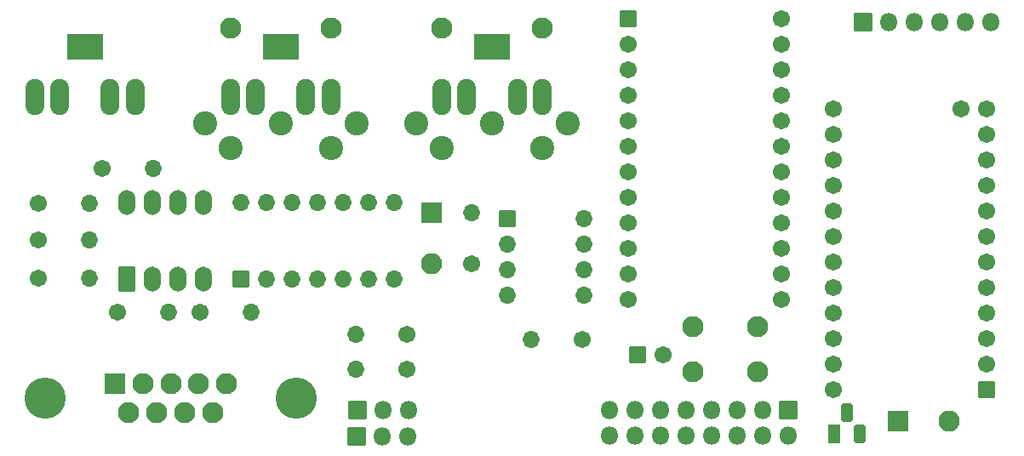
<source format=gbs>
G04 #@! TF.GenerationSoftware,KiCad,Pcbnew,6.0.5*
G04 #@! TF.CreationDate,2022-06-22T19:05:55+10:00*
G04 #@! TF.ProjectId,_transcribe_,5f747261-6e73-4637-9269-62655f2e6b69,v0_5_1*
G04 #@! TF.SameCoordinates,Original*
G04 #@! TF.FileFunction,Soldermask,Bot*
G04 #@! TF.FilePolarity,Negative*
%FSLAX46Y46*%
G04 Gerber Fmt 4.6, Leading zero omitted, Abs format (unit mm)*
G04 Created by KiCad (PCBNEW 6.0.5) date 2022-06-22 19:05:55*
%MOMM*%
%LPD*%
G01*
G04 APERTURE LIST*
G04 Aperture macros list*
%AMRoundRect*
0 Rectangle with rounded corners*
0 $1 Rounding radius*
0 $2 $3 $4 $5 $6 $7 $8 $9 X,Y pos of 4 corners*
0 Add a 4 corners polygon primitive as box body*
4,1,4,$2,$3,$4,$5,$6,$7,$8,$9,$2,$3,0*
0 Add four circle primitives for the rounded corners*
1,1,$1+$1,$2,$3*
1,1,$1+$1,$4,$5*
1,1,$1+$1,$6,$7*
1,1,$1+$1,$8,$9*
0 Add four rect primitives between the rounded corners*
20,1,$1+$1,$2,$3,$4,$5,0*
20,1,$1+$1,$4,$5,$6,$7,0*
20,1,$1+$1,$6,$7,$8,$9,0*
20,1,$1+$1,$8,$9,$2,$3,0*%
G04 Aperture macros list end*
%ADD10RoundRect,0.051000X0.850000X-0.850000X0.850000X0.850000X-0.850000X0.850000X-0.850000X-0.850000X0*%
%ADD11O,1.802000X1.802000*%
%ADD12C,1.702000*%
%ADD13RoundRect,0.051000X-0.800000X-0.800000X0.800000X-0.800000X0.800000X0.800000X-0.800000X0.800000X0*%
%ADD14RoundRect,0.051000X0.800000X-1.200000X0.800000X1.200000X-0.800000X1.200000X-0.800000X-1.200000X0*%
%ADD15O,1.702000X2.502000*%
%ADD16O,1.702000X1.702000*%
%ADD17C,2.402000*%
%ADD18C,2.102000*%
%ADD19RoundRect,0.051000X-1.750000X-1.250000X1.750000X-1.250000X1.750000X1.250000X-1.750000X1.250000X0*%
%ADD20O,1.852000X3.602000*%
%ADD21RoundRect,0.051000X-0.800000X0.800000X-0.800000X-0.800000X0.800000X-0.800000X0.800000X0.800000X0*%
%ADD22RoundRect,0.051000X0.800000X-0.800000X0.800000X0.800000X-0.800000X0.800000X-0.800000X-0.800000X0*%
%ADD23RoundRect,0.051000X-1.000000X1.000000X-1.000000X-1.000000X1.000000X-1.000000X1.000000X1.000000X0*%
%ADD24O,2.102000X2.102000*%
%ADD25RoundRect,0.051000X-1.000000X-1.000000X1.000000X-1.000000X1.000000X1.000000X-1.000000X1.000000X0*%
%ADD26RoundRect,0.051000X-0.850000X0.850000X-0.850000X-0.850000X0.850000X-0.850000X0.850000X0.850000X0*%
%ADD27RoundRect,0.326000X-0.275000X-0.625000X0.275000X-0.625000X0.275000X0.625000X-0.275000X0.625000X0*%
%ADD28RoundRect,0.051000X-0.550000X-0.900000X0.550000X-0.900000X0.550000X0.900000X-0.550000X0.900000X0*%
%ADD29C,4.102000*%
G04 APERTURE END LIST*
D10*
X-254925000Y746875000D03*
D11*
X-252385000Y746875000D03*
X-249845000Y746875000D03*
D12*
X-224500000Y755000000D03*
D13*
X-227000000Y755000000D03*
D14*
X-277800000Y762475000D03*
D15*
X-275260000Y762475000D03*
X-272720000Y762475000D03*
X-270180000Y762475000D03*
X-270180000Y770095000D03*
X-272720000Y770095000D03*
X-275260000Y770095000D03*
X-277800000Y770095000D03*
D16*
X-275235000Y773500000D03*
D12*
X-280315000Y773500000D03*
X-270515000Y759200000D03*
D16*
X-265435000Y759200000D03*
D12*
X-278715000Y759200000D03*
D16*
X-273635000Y759200000D03*
D12*
X-286615000Y770000000D03*
D16*
X-281535000Y770000000D03*
D12*
X-286615000Y762600000D03*
D16*
X-281535000Y762600000D03*
D12*
X-286615000Y766400000D03*
D16*
X-281535000Y766400000D03*
D10*
X-254890000Y749435000D03*
D11*
X-252350000Y749435000D03*
X-249810000Y749435000D03*
D17*
X-236500000Y775500000D03*
D18*
X-246500000Y787500000D03*
D17*
X-234000000Y778000000D03*
X-241500000Y778000000D03*
X-249000000Y778000000D03*
X-246500000Y775500000D03*
D18*
X-236500000Y787500000D03*
D17*
X-257500000Y775500000D03*
D18*
X-267500000Y787500000D03*
D17*
X-255000000Y778000000D03*
X-262500000Y778000000D03*
X-270000000Y778000000D03*
X-267500000Y775500000D03*
D18*
X-257500000Y787500000D03*
D19*
X-282000000Y785596000D03*
D20*
X-277000000Y780590000D03*
X-287000000Y780590000D03*
X-279500000Y780590000D03*
X-284500000Y780590000D03*
D19*
X-241500000Y785596000D03*
D20*
X-236500000Y780590000D03*
X-246500000Y780590000D03*
X-239000000Y780590000D03*
X-244000000Y780590000D03*
D19*
X-262500000Y785596000D03*
D20*
X-257500000Y780590000D03*
X-267500000Y780590000D03*
X-260000000Y780590000D03*
X-265000000Y780590000D03*
D12*
X-212680000Y788370000D03*
X-212680000Y785830000D03*
X-212680000Y783290000D03*
X-212680000Y780750000D03*
X-212680000Y778210000D03*
X-212680000Y775670000D03*
X-212680000Y773130000D03*
X-212680000Y770590000D03*
X-212680000Y768050000D03*
X-212680000Y765510000D03*
X-212680000Y762970000D03*
X-212680000Y760430000D03*
X-227920000Y760430000D03*
X-227920000Y762970000D03*
X-227920000Y765510000D03*
X-227920000Y768050000D03*
X-227920000Y770590000D03*
X-227920000Y773130000D03*
X-227920000Y775670000D03*
X-227920000Y778210000D03*
X-227920000Y780750000D03*
X-227920000Y783290000D03*
X-227920000Y785830000D03*
D21*
X-227920000Y788370000D03*
D12*
X-194820000Y779470000D03*
D22*
X-192280000Y751530000D03*
D12*
X-192280000Y754070000D03*
X-192280000Y756610000D03*
X-192280000Y759150000D03*
X-192280000Y761690000D03*
X-192280000Y764230000D03*
X-192280000Y766770000D03*
X-192280000Y769310000D03*
X-192280000Y771850000D03*
X-192280000Y774390000D03*
X-192280000Y776930000D03*
X-192280000Y779470000D03*
X-207520000Y779470000D03*
X-207520000Y776930000D03*
X-207520000Y774390000D03*
X-207520000Y771850000D03*
X-207520000Y769310000D03*
X-207520000Y766770000D03*
X-207520000Y764230000D03*
X-207520000Y761690000D03*
X-207520000Y759150000D03*
X-207520000Y756610000D03*
X-207520000Y754070000D03*
X-207520000Y751530000D03*
D23*
X-247500000Y769080000D03*
D24*
X-247500000Y764000000D03*
D16*
X-255080000Y753500000D03*
D12*
X-250000000Y753500000D03*
D13*
X-240000000Y768500000D03*
D16*
X-232380000Y760880000D03*
X-240000000Y765960000D03*
X-232380000Y763420000D03*
X-240000000Y763420000D03*
X-232380000Y765960000D03*
X-240000000Y760880000D03*
X-232380000Y768500000D03*
X-243500000Y769080000D03*
D12*
X-243500000Y764000000D03*
D16*
X-237580000Y756500000D03*
D12*
X-232500000Y756500000D03*
X-250000000Y757000000D03*
D16*
X-255080000Y757000000D03*
D22*
X-266500000Y762500000D03*
D16*
X-251260000Y770120000D03*
X-263960000Y762500000D03*
X-253800000Y770120000D03*
X-261420000Y762500000D03*
X-256340000Y770120000D03*
X-258880000Y762500000D03*
X-258880000Y770120000D03*
X-256340000Y762500000D03*
X-261420000Y770120000D03*
X-253800000Y762500000D03*
X-263960000Y770120000D03*
X-251260000Y762500000D03*
X-266500000Y770120000D03*
D24*
X-195995000Y748350000D03*
D25*
X-201075000Y748350000D03*
D26*
X-212000000Y749500000D03*
D11*
X-212000000Y746960000D03*
X-214540000Y749500000D03*
X-214540000Y746960000D03*
X-217080000Y749500000D03*
X-217080000Y746960000D03*
X-219620000Y749500000D03*
X-219620000Y746960000D03*
X-222160000Y749500000D03*
X-222160000Y746960000D03*
X-224700000Y749500000D03*
X-224700000Y746960000D03*
X-227240000Y749500000D03*
X-227240000Y746960000D03*
X-229780000Y749500000D03*
X-229780000Y746960000D03*
D10*
X-204600000Y788050000D03*
D11*
X-202060000Y788050000D03*
X-199520000Y788050000D03*
X-196980000Y788050000D03*
X-194440000Y788050000D03*
X-191900000Y788050000D03*
D27*
X-206230000Y749170000D03*
X-204960000Y747100000D03*
D28*
X-207500000Y747100000D03*
D25*
X-279000000Y752050000D03*
D18*
X-276230000Y752050000D03*
X-273460000Y752050000D03*
X-270690000Y752050000D03*
X-267920000Y752050000D03*
X-277615000Y749210000D03*
X-274845000Y749210000D03*
X-272075000Y749210000D03*
X-269305000Y749210000D03*
D29*
X-285960000Y750630000D03*
X-260960000Y750630000D03*
D18*
X-215050000Y757800000D03*
X-215050000Y753300000D03*
X-221550000Y757800000D03*
X-221550000Y753300000D03*
M02*

</source>
